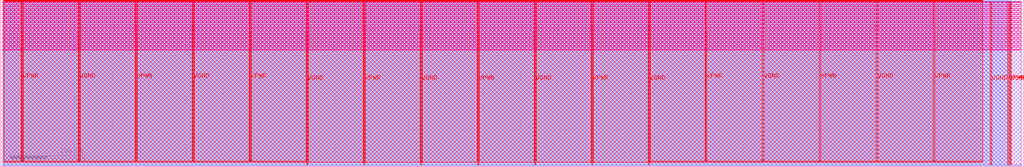
<source format=lef>
VERSION 5.7 ;
  NOWIREEXTENSIONATPIN ON ;
  DIVIDERCHAR "/" ;
  BUSBITCHARS "[]" ;
MACRO tt_um_urish_spell
  CLASS BLOCK ;
  FOREIGN tt_um_urish_spell ;
  ORIGIN 0.000 0.000 ;
  SIZE 1378.160 BY 225.760 ;
  PIN VGND
    USE GROUND ;
    PORT
      LAYER met4 ;
        RECT 1360.340 2.480 1361.940 223.280 ;
    END
    PORT
      LAYER met4 ;
        RECT 1180.280 7.880 1181.880 223.280 ;
    END
    PORT
      LAYER met4 ;
        RECT 1026.680 7.880 1028.280 223.280 ;
    END
    PORT
      LAYER met4 ;
        RECT 258.680 7.880 260.280 223.280 ;
    END
    PORT
      LAYER met4 ;
        RECT 105.080 7.880 106.680 223.280 ;
    END
    PORT
      LAYER met4 ;
        RECT 1333.880 2.480 1335.480 223.280 ;
    END
    PORT
      LAYER met4 ;
        RECT 873.080 2.480 874.680 223.280 ;
    END
    PORT
      LAYER met4 ;
        RECT 719.480 2.480 721.080 223.280 ;
    END
    PORT
      LAYER met4 ;
        RECT 565.880 2.480 567.480 223.280 ;
    END
    PORT
      LAYER met4 ;
        RECT 412.280 2.480 413.880 223.280 ;
    END
  END VGND
  PIN VPWR
    USE POWER ;
    PORT
      LAYER met4 ;
        RECT 1357.580 2.480 1359.180 223.280 ;
    END
    PORT
      LAYER met4 ;
        RECT 1257.080 7.880 1258.680 223.280 ;
    END
    PORT
      LAYER met4 ;
        RECT 1103.480 7.880 1105.080 223.280 ;
    END
    PORT
      LAYER met4 ;
        RECT 949.880 7.880 951.480 223.280 ;
    END
    PORT
      LAYER met4 ;
        RECT 335.480 7.880 337.080 223.280 ;
    END
    PORT
      LAYER met4 ;
        RECT 181.880 7.880 183.480 223.280 ;
    END
    PORT
      LAYER met4 ;
        RECT 28.280 7.880 29.880 223.280 ;
    END
    PORT
      LAYER met4 ;
        RECT 796.280 2.480 797.880 223.280 ;
    END
    PORT
      LAYER met4 ;
        RECT 642.680 2.480 644.280 223.280 ;
    END
    PORT
      LAYER met4 ;
        RECT 489.080 2.480 490.680 223.280 ;
    END
  END VPWR
  PIN clk
    ANTENNAGATEAREA 0.852000 ;
    PORT
      LAYER met4 ;
        RECT 154.870 224.760 155.170 225.760 ;
    END
  END clk
  PIN ena
    PORT
      LAYER met4 ;
        RECT 158.550 224.760 158.850 225.760 ;
    END
  END ena
  PIN rst_n
    ANTENNAGATEAREA 0.196500 ;
    PORT
      LAYER met4 ;
        RECT 151.190 224.760 151.490 225.760 ;
    END
  END rst_n
  PIN ui_in[0]
    ANTENNAGATEAREA 0.213000 ;
    PORT
      LAYER met4 ;
        RECT 147.510 224.760 147.810 225.760 ;
    END
  END ui_in[0]
  PIN ui_in[1]
    ANTENNAGATEAREA 0.159000 ;
    PORT
      LAYER met4 ;
        RECT 143.830 224.760 144.130 225.760 ;
    END
  END ui_in[1]
  PIN ui_in[2]
    ANTENNAGATEAREA 0.247500 ;
    PORT
      LAYER met4 ;
        RECT 140.150 224.760 140.450 225.760 ;
    END
  END ui_in[2]
  PIN ui_in[3]
    ANTENNAGATEAREA 0.426000 ;
    PORT
      LAYER met4 ;
        RECT 136.470 224.760 136.770 225.760 ;
    END
  END ui_in[3]
  PIN ui_in[4]
    ANTENNAGATEAREA 0.213000 ;
    PORT
      LAYER met4 ;
        RECT 132.790 224.760 133.090 225.760 ;
    END
  END ui_in[4]
  PIN ui_in[5]
    ANTENNAGATEAREA 0.247500 ;
    PORT
      LAYER met4 ;
        RECT 129.110 224.760 129.410 225.760 ;
    END
  END ui_in[5]
  PIN ui_in[6]
    ANTENNAGATEAREA 0.426000 ;
    PORT
      LAYER met4 ;
        RECT 125.430 224.760 125.730 225.760 ;
    END
  END ui_in[6]
  PIN ui_in[7]
    PORT
      LAYER met4 ;
        RECT 121.750 224.760 122.050 225.760 ;
    END
  END ui_in[7]
  PIN uio_in[0]
    ANTENNAGATEAREA 0.196500 ;
    PORT
      LAYER met4 ;
        RECT 118.070 224.760 118.370 225.760 ;
    END
  END uio_in[0]
  PIN uio_in[1]
    ANTENNAGATEAREA 0.196500 ;
    PORT
      LAYER met4 ;
        RECT 114.390 224.760 114.690 225.760 ;
    END
  END uio_in[1]
  PIN uio_in[2]
    ANTENNAGATEAREA 0.196500 ;
    PORT
      LAYER met4 ;
        RECT 110.710 224.760 111.010 225.760 ;
    END
  END uio_in[2]
  PIN uio_in[3]
    ANTENNAGATEAREA 0.196500 ;
    PORT
      LAYER met4 ;
        RECT 107.030 224.760 107.330 225.760 ;
    END
  END uio_in[3]
  PIN uio_in[4]
    ANTENNAGATEAREA 0.196500 ;
    PORT
      LAYER met4 ;
        RECT 103.350 224.760 103.650 225.760 ;
    END
  END uio_in[4]
  PIN uio_in[5]
    ANTENNAGATEAREA 0.196500 ;
    PORT
      LAYER met4 ;
        RECT 99.670 224.760 99.970 225.760 ;
    END
  END uio_in[5]
  PIN uio_in[6]
    ANTENNAGATEAREA 0.196500 ;
    PORT
      LAYER met4 ;
        RECT 95.990 224.760 96.290 225.760 ;
    END
  END uio_in[6]
  PIN uio_in[7]
    ANTENNAGATEAREA 0.196500 ;
    PORT
      LAYER met4 ;
        RECT 92.310 224.760 92.610 225.760 ;
    END
  END uio_in[7]
  PIN uio_oe[0]
    ANTENNADIFFAREA 0.445500 ;
    PORT
      LAYER met4 ;
        RECT 29.750 224.760 30.050 225.760 ;
    END
  END uio_oe[0]
  PIN uio_oe[1]
    ANTENNADIFFAREA 0.445500 ;
    PORT
      LAYER met4 ;
        RECT 26.070 224.760 26.370 225.760 ;
    END
  END uio_oe[1]
  PIN uio_oe[2]
    ANTENNADIFFAREA 0.445500 ;
    PORT
      LAYER met4 ;
        RECT 22.390 224.760 22.690 225.760 ;
    END
  END uio_oe[2]
  PIN uio_oe[3]
    ANTENNADIFFAREA 0.445500 ;
    PORT
      LAYER met4 ;
        RECT 18.710 224.760 19.010 225.760 ;
    END
  END uio_oe[3]
  PIN uio_oe[4]
    ANTENNADIFFAREA 0.445500 ;
    PORT
      LAYER met4 ;
        RECT 15.030 224.760 15.330 225.760 ;
    END
  END uio_oe[4]
  PIN uio_oe[5]
    ANTENNADIFFAREA 0.445500 ;
    PORT
      LAYER met4 ;
        RECT 11.350 224.760 11.650 225.760 ;
    END
  END uio_oe[5]
  PIN uio_oe[6]
    ANTENNADIFFAREA 0.445500 ;
    PORT
      LAYER met4 ;
        RECT 7.670 224.760 7.970 225.760 ;
    END
  END uio_oe[6]
  PIN uio_oe[7]
    ANTENNADIFFAREA 0.445500 ;
    PORT
      LAYER met4 ;
        RECT 3.990 224.760 4.290 225.760 ;
    END
  END uio_oe[7]
  PIN uio_out[0]
    ANTENNADIFFAREA 0.445500 ;
    PORT
      LAYER met4 ;
        RECT 59.190 224.760 59.490 225.760 ;
    END
  END uio_out[0]
  PIN uio_out[1]
    ANTENNADIFFAREA 0.445500 ;
    PORT
      LAYER met4 ;
        RECT 55.510 224.760 55.810 225.760 ;
    END
  END uio_out[1]
  PIN uio_out[2]
    ANTENNADIFFAREA 0.445500 ;
    PORT
      LAYER met4 ;
        RECT 51.830 224.760 52.130 225.760 ;
    END
  END uio_out[2]
  PIN uio_out[3]
    ANTENNADIFFAREA 0.445500 ;
    PORT
      LAYER met4 ;
        RECT 48.150 224.760 48.450 225.760 ;
    END
  END uio_out[3]
  PIN uio_out[4]
    ANTENNADIFFAREA 0.445500 ;
    PORT
      LAYER met4 ;
        RECT 44.470 224.760 44.770 225.760 ;
    END
  END uio_out[4]
  PIN uio_out[5]
    ANTENNADIFFAREA 0.445500 ;
    PORT
      LAYER met4 ;
        RECT 40.790 224.760 41.090 225.760 ;
    END
  END uio_out[5]
  PIN uio_out[6]
    ANTENNADIFFAREA 0.445500 ;
    PORT
      LAYER met4 ;
        RECT 37.110 224.760 37.410 225.760 ;
    END
  END uio_out[6]
  PIN uio_out[7]
    ANTENNADIFFAREA 0.445500 ;
    PORT
      LAYER met4 ;
        RECT 33.430 224.760 33.730 225.760 ;
    END
  END uio_out[7]
  PIN uo_out[0]
    ANTENNADIFFAREA 0.445500 ;
    PORT
      LAYER met4 ;
        RECT 88.630 224.760 88.930 225.760 ;
    END
  END uo_out[0]
  PIN uo_out[1]
    ANTENNADIFFAREA 0.445500 ;
    PORT
      LAYER met4 ;
        RECT 84.950 224.760 85.250 225.760 ;
    END
  END uo_out[1]
  PIN uo_out[2]
    ANTENNADIFFAREA 0.445500 ;
    PORT
      LAYER met4 ;
        RECT 81.270 224.760 81.570 225.760 ;
    END
  END uo_out[2]
  PIN uo_out[3]
    ANTENNADIFFAREA 0.445500 ;
    PORT
      LAYER met4 ;
        RECT 77.590 224.760 77.890 225.760 ;
    END
  END uo_out[3]
  PIN uo_out[4]
    ANTENNADIFFAREA 0.445500 ;
    PORT
      LAYER met4 ;
        RECT 73.910 224.760 74.210 225.760 ;
    END
  END uo_out[4]
  PIN uo_out[5]
    ANTENNADIFFAREA 0.445500 ;
    PORT
      LAYER met4 ;
        RECT 70.230 224.760 70.530 225.760 ;
    END
  END uo_out[5]
  PIN uo_out[6]
    ANTENNADIFFAREA 0.445500 ;
    PORT
      LAYER met4 ;
        RECT 66.550 224.760 66.850 225.760 ;
    END
  END uo_out[6]
  PIN uo_out[7]
    ANTENNADIFFAREA 0.445500 ;
    PORT
      LAYER met4 ;
        RECT 62.870 224.760 63.170 225.760 ;
    END
  END uo_out[7]
  OBS
      LAYER nwell ;
        RECT 2.570 221.625 1375.590 223.230 ;
        RECT 2.570 216.185 1375.590 219.015 ;
        RECT 2.570 210.745 1375.590 213.575 ;
        RECT 2.570 205.305 1375.590 208.135 ;
        RECT 2.570 199.865 1375.590 202.695 ;
        RECT 2.570 194.425 1375.590 197.255 ;
        RECT 2.570 188.985 1375.590 191.815 ;
        RECT 2.570 183.545 1375.590 186.375 ;
        RECT 2.570 178.105 1375.590 180.935 ;
        RECT 2.570 172.665 1375.590 175.495 ;
        RECT 2.570 167.225 1375.590 170.055 ;
        RECT 2.570 161.785 1375.590 164.615 ;
        RECT 2.570 157.570 1375.590 159.175 ;
      LAYER li1 ;
        RECT 2.760 2.635 1375.400 223.125 ;
      LAYER met1 ;
        RECT 2.760 1.400 1375.400 223.680 ;
      LAYER met2 ;
        RECT 4.690 1.370 1361.910 224.245 ;
      LAYER met3 ;
        RECT 3.950 2.555 1361.930 224.225 ;
      LAYER met4 ;
        RECT 4.690 224.360 7.270 224.760 ;
        RECT 8.370 224.360 10.950 224.760 ;
        RECT 12.050 224.360 14.630 224.760 ;
        RECT 15.730 224.360 18.310 224.760 ;
        RECT 19.410 224.360 21.990 224.760 ;
        RECT 23.090 224.360 25.670 224.760 ;
        RECT 26.770 224.360 29.350 224.760 ;
        RECT 30.450 224.360 33.030 224.760 ;
        RECT 34.130 224.360 36.710 224.760 ;
        RECT 37.810 224.360 40.390 224.760 ;
        RECT 41.490 224.360 44.070 224.760 ;
        RECT 45.170 224.360 47.750 224.760 ;
        RECT 48.850 224.360 51.430 224.760 ;
        RECT 52.530 224.360 55.110 224.760 ;
        RECT 56.210 224.360 58.790 224.760 ;
        RECT 59.890 224.360 62.470 224.760 ;
        RECT 63.570 224.360 66.150 224.760 ;
        RECT 67.250 224.360 69.830 224.760 ;
        RECT 70.930 224.360 73.510 224.760 ;
        RECT 74.610 224.360 77.190 224.760 ;
        RECT 78.290 224.360 80.870 224.760 ;
        RECT 81.970 224.360 84.550 224.760 ;
        RECT 85.650 224.360 88.230 224.760 ;
        RECT 89.330 224.360 91.910 224.760 ;
        RECT 93.010 224.360 95.590 224.760 ;
        RECT 96.690 224.360 99.270 224.760 ;
        RECT 100.370 224.360 102.950 224.760 ;
        RECT 104.050 224.360 106.630 224.760 ;
        RECT 107.730 224.360 110.310 224.760 ;
        RECT 111.410 224.360 113.990 224.760 ;
        RECT 115.090 224.360 117.670 224.760 ;
        RECT 118.770 224.360 121.350 224.760 ;
        RECT 122.450 224.360 125.030 224.760 ;
        RECT 126.130 224.360 128.710 224.760 ;
        RECT 129.810 224.360 132.390 224.760 ;
        RECT 133.490 224.360 136.070 224.760 ;
        RECT 137.170 224.360 139.750 224.760 ;
        RECT 140.850 224.360 143.430 224.760 ;
        RECT 144.530 224.360 147.110 224.760 ;
        RECT 148.210 224.360 150.790 224.760 ;
        RECT 151.890 224.360 154.470 224.760 ;
        RECT 155.570 224.360 158.150 224.760 ;
        RECT 159.250 224.360 1323.225 224.760 ;
        RECT 3.975 223.680 1323.225 224.360 ;
        RECT 3.975 7.480 27.880 223.680 ;
        RECT 30.280 7.480 104.680 223.680 ;
        RECT 107.080 7.480 181.480 223.680 ;
        RECT 183.880 7.480 258.280 223.680 ;
        RECT 260.680 7.480 335.080 223.680 ;
        RECT 337.480 7.480 411.880 223.680 ;
        RECT 3.975 6.295 411.880 7.480 ;
        RECT 414.280 6.295 488.680 223.680 ;
        RECT 491.080 6.295 565.480 223.680 ;
        RECT 567.880 6.295 642.280 223.680 ;
        RECT 644.680 6.295 719.080 223.680 ;
        RECT 721.480 6.295 795.880 223.680 ;
        RECT 798.280 6.295 872.680 223.680 ;
        RECT 875.080 7.480 949.480 223.680 ;
        RECT 951.880 7.480 1026.280 223.680 ;
        RECT 1028.680 7.480 1103.080 223.680 ;
        RECT 1105.480 7.480 1179.880 223.680 ;
        RECT 1182.280 7.480 1256.680 223.680 ;
        RECT 1259.080 7.480 1323.225 223.680 ;
        RECT 875.080 6.295 1323.225 7.480 ;
  END
END tt_um_urish_spell
END LIBRARY


</source>
